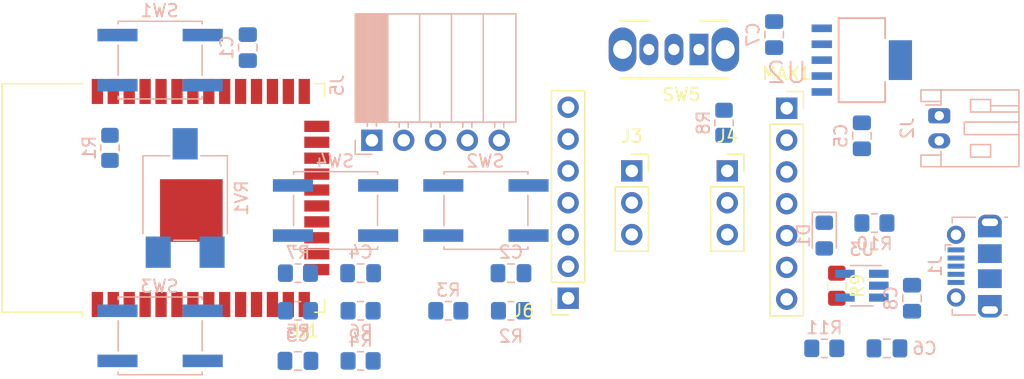
<source format=kicad_pcb>
(kicad_pcb (version 20211014) (generator pcbnew)
  (layers (0 "F.Cu" signal) (31 "B.Cu" signal) (34 "B.Paste" user) (35 "F.Paste" user) (36 "B.SilkS" user "B.Silkscreen") (37 "F.SilkS" user "F.Silkscreen") (38 "B.Mask" user) (39 "F.Mask" user) (44 "Edge.Cuts" user))
  (net 0 "")
  (net 1 "GND")
  (net 2 "Net-(C1-Pad2)")
  (net 3 "MT")
  (net 4 "Net-(C3-Pad1)")
  (net 5 "BT")
  (net 6 "VPP")
  (net 7 "+5V")
  (net 8 "+3V3")
  (net 9 "+BATT")
  (net 10 "Net-(D1-Pad1)")
  (net 14 "LRC")
  (net 15 "BCLK")
  (net 16 "D_MIC")
  (net 18 "RXD0")
  (net 19 "TXD0")
  (net 20 "+5VA")
  (net 22 "Zout")
  (net 23 "Yout")
  (net 24 "Xout")
  (net 26 "D_AMP")
  (net 27 "Net-(MAX1-Pad4)")
  (net 29 "Net-(R3-Pad2)")
  (net 30 "Net-(R5-Pad1)")
  (net 31 "Net-(R7-Pad2)")
  (net 32 "PWRGD")
  (net 33 "Net-(R10-Pad2)")
  (net 34 "Net-(R11-Pad1)")
  (net 35 "VOL")
  (footprint "Connector_PinSocket_2.54mm:PinSocket_1x03_P2.54mm_Vertical" (layer "F.Cu") (at 156.64 72.84)
    (fp_text reference "J3" (at 0 -2.77) (layer "F.SilkS"))
    (fp_text value "Conn_01x03_Female")
    (fp_line (start 1.33 -1.33) (end 1.33 0) (layer "F.SilkS") (width 0.12))
    (fp_line (start 1.33 1.27) (end 1.33 6.41) (layer "F.SilkS") (width 0.12))
    (fp_line (start -1.33 1.27) (end 1.33 1.27) (layer "F.SilkS") (width 0.12))
    (fp_line (start -1.33 6.41) (end 1.33 6.41) (layer "F.SilkS") (width 0.12))
    (fp_line (start -1.33 1.27) (end -1.33 6.41) (layer "F.SilkS") (width 0.12))
    (fp_line (start 0 -1.33) (end 1.33 -1.33) (layer "F.SilkS") (width 0.12))
    (pad "1" thru_hole rect (at 0 0) (size 1.7 1.7) (drill 1) (layers *.Cu *.Mask) (net 1 "GND"))
    (pad "2" thru_hole oval (at 0 2.54) (size 1.7 1.7) (drill 1) (layers *.Cu *.Mask) (net 14 "LRC"))
    (pad "3" thru_hole oval (at 0 5.08) (size 1.7 1.7) (drill 1) (layers *.Cu *.Mask) (net 15 "BCLK"))
  )
  (footprint "RF_Module:ESP32-WROOM-32" (layer "F.Cu") (at 122.25 75 90)
    (fp_text reference "U1" (at -10.61 8.43) (layer "F.SilkS"))
    (fp_text value "ESP32-WROOM-32")
    (fp_line (start -9.12 9.1) (end -9.12 9.88) (layer "F.SilkS") (width 0.12))
    (fp_line (start -9.12 -15.865) (end 9.12 -15.865) (layer "F.SilkS") (width 0.12))
    (fp_line (start 9.12 9.1) (end 9.12 9.88) (layer "F.SilkS") (width 0.12))
    (fp_line (start -9.12 -9.445) (end -9.5 -9.445) (layer "F.SilkS") (width 0.12))
    (fp_line (start -9.12 -15.865) (end -9.12 -9.445) (layer "F.SilkS") (width 0.12))
    (fp_line (start -9.12 9.88) (end -8.12 9.88) (layer "F.SilkS") (width 0.12))
    (fp_line (start 9.12 -15.865) (end 9.12 -9.445) (layer "F.SilkS") (width 0.12))
    (fp_line (start 9.12 9.88) (end 8.12 9.88) (layer "F.SilkS") (width 0.12))
    (pad "1" smd rect (at -8.5 -8.255 90) (size 2 0.9) (layers "F.Cu" "F.Paste" "F.Mask") (net 1 "GND"))
    (pad "2" smd rect (at -8.5 -6.985 90) (size 2 0.9) (layers "F.Cu" "F.Paste" "F.Mask") (net 8 "+3V3"))
    (pad "3" smd rect (at -8.5 -5.715 90) (size 2 0.9) (layers "F.Cu" "F.Paste" "F.Mask") (net 2 "Net-(C1-Pad2)"))
    (pad "4" smd rect (at -8.5 -4.445 90) (size 2 0.9) (layers "F.Cu" "F.Paste" "F.Mask"))
    (pad "5" smd rect (at -8.5 -3.175 90) (size 2 0.9) (layers "F.Cu" "F.Paste" "F.Mask"))
    (pad "6" smd rect (at -8.5 -1.905 90) (size 2 0.9) (layers "F.Cu" "F.Paste" "F.Mask") (net 3 "MT"))
    (pad "7" smd rect (at -8.5 -0.635 90) (size 2 0.9) (layers "F.Cu" "F.Paste" "F.Mask") (net 5 "BT"))
    (pad "8" smd rect (at -8.5 0.635 90) (size 2 0.9) (layers "F.Cu" "F.Paste" "F.Mask") (net 16 "D_MIC"))
    (pad "9" smd rect (at -8.5 1.905 90) (size 2 0.9) (layers "F.Cu" "F.Paste" "F.Mask"))
    (pad "10" smd rect (at -8.5 3.175 90) (size 2 0.9) (layers "F.Cu" "F.Paste" "F.Mask") (net 14 "LRC"))
    (pad "11" smd rect (at -8.5 4.445 90) (size 2 0.9) (layers "F.Cu" "F.Paste" "F.Mask") (net 15 "BCLK"))
    (pad "12" smd rect (at -8.5 5.715 90) (size 2 0.9) (layers "F.Cu" "F.Paste" "F.Mask") (net 24 "Xout"))
    (pad "13" smd rect (at -8.5 6.985 90) (size 2 0.9) (layers "F.Cu" "F.Paste" "F.Mask") (net 23 "Yout"))
    (pad "14" smd rect (at -8.5 8.255 90) (size 2 0.9) (layers "F.Cu" "F.Paste" "F.Mask") (net 22 "Zout"))
    (pad "15" smd rect (at -5.715 9.255 180) (size 2 0.9) (layers "F.Cu" "F.Paste" "F.Mask") (net 1 "GND"))
    (pad "16" smd rect (at -4.445 9.255 180) (size 2 0.9) (layers "F.Cu" "F.Paste" "F.Mask") (net 35 "VOL"))
    (pad "17" smd rect (at -3.175 9.255 180) (size 2 0.9) (layers "F.Cu" "F.Paste" "F.Mask"))
    (pad "18" smd rect (at -1.905 9.255 180) (size 2 0.9) (layers "F.Cu" "F.Paste" "F.Mask"))
    (pad "19" smd rect (at -0.635 9.255 180) (size 2 0.9) (layers "F.Cu" "F.Paste" "F.Mask"))
    (pad "20" smd rect (at 0.635 9.255 180) (size 2 0.9) (layers "F.Cu" "F.Paste" "F.Mask"))
    (pad "21" smd rect (at 1.905 9.255 180) (size 2 0.9) (layers "F.Cu" "F.Paste" "F.Mask"))
    (pad "22" smd rect (at 3.175 9.255 180) (size 2 0.9) (layers "F.Cu" "F.Paste" "F.Mask"))
    (pad "23" smd rect (at 4.445 9.255 180) (size 2 0.9) (layers "F.Cu" "F.Paste" "F.Mask"))
    (pad "24" smd rect (at 5.715 9.255 180) (size 2 0.9) (layers "F.Cu" "F.Paste" "F.Mask"))
    (pad "25" smd rect (at 8.5 8.255 90) (size 2 0.9) (layers "F.Cu" "F.Paste" "F.Mask") (net 4 "Net-(C3-Pad1)"))
    (pad "26" smd rect (at 8.5 6.985 90) (size 2 0.9) (layers "F.Cu" "F.Paste" "F.Mask"))
    (pad "27" smd rect (at 8.5 5.715 90) (size 2 0.9) (layers "F.Cu" "F.Paste" "F.Mask"))
    (pad "28" smd rect (at 8.5 4.445 90) (size 2 0.9) (layers "F.Cu" "F.Paste" "F.Mask"))
    (pad "29" smd rect (at 8.5 3.175 90) (size 2 0.9) (layers "F.Cu" "F.Paste" "F.Mask"))
    (pad "30" smd rect (at 8.5 1.905 90) (size 2 0.9) (layers "F.Cu" "F.Paste" "F.Mask"))
    (pad "31" smd rect (at 8.5 0.635 90) (size 2 0.9) (layers "F.Cu" "F.Paste" "F.Mask"))
    (pad "32" smd rect (at 8.5 -0.635 90) (size 2 0.9) (layers "F.Cu" "F.Paste" "F.Mask"))
    (pad "33" smd rect (at 8.5 -1.905 90) (size 2 0.9) (layers "F.Cu" "F.Paste" "F.Mask"))
    (pad "34" smd rect (at 8.5 -3.175 90) (size 2 0.9) (layers "F.Cu" "F.Paste" "F.Mask") (net 18 "RXD0"))
    (pad "35" smd rect (at 8.5 -4.445 90) (size 2 0.9) (layers "F.Cu" "F.Paste" "F.Mask") (net 19 "TXD0"))
    (pad "36" smd rect (at 8.5 -5.715 90) (size 2 0.9) (layers "F.Cu" "F.Paste" "F.Mask") (net 26 "D_AMP"))
    (pad "37" smd rect (at 8.5 -6.985 90) (size 2 0.9) (layers "F.Cu" "F.Paste" "F.Mask"))
    (pad "38" smd rect (at 8.5 -8.255 90) (size 2 0.9) (layers "F.Cu" "F.Paste" "F.Mask") (net 1 "GND"))
    (pad "39" smd rect (at -1 -0.755 90) (size 5 5) (layers "F.Cu" "F.Paste" "F.Mask") (net 1 "GND"))
  )
  (footprint "Connector_PinSocket_2.54mm:PinSocket_1x07_P2.54mm_Vertical" (layer "F.Cu") (at 151.56 83 180)
    (fp_text reference "J6" (at 3.56 -1) (layer "F.SilkS"))
    (fp_text value "Conn_01x07_Female")
    (fp_line (start -1.33 1.27) (end -1.33 16.57) (layer "F.SilkS") (width 0.12))
    (fp_line (start -1.33 1.27) (end 1.33 1.27) (layer "F.SilkS") (width 0.12))
    (fp_line (start -1.33 16.57) (end 1.33 16.57) (layer "F.SilkS") (width 0.12))
    (fp_line (start 0 -1.33) (end 1.33 -1.33) (layer "F.SilkS") (width 0.12))
    (fp_line (start 1.33 1.27) (end 1.33 16.57) (layer "F.SilkS") (width 0.12))
    (fp_line (start 1.33 -1.33) (end 1.33 0) (layer "F.SilkS") (width 0.12))
    (pad "1" thru_hole rect (at 0 0 180) (size 1.7 1.7) (drill 1) (layers *.Cu *.Mask) (net 8 "+3V3"))
    (pad "2" thru_hole oval (at 0 2.54 180) (size 1.7 1.7) (drill 1) (layers *.Cu *.Mask))
    (pad "3" thru_hole oval (at 0 5.08 180) (size 1.7 1.7) (drill 1) (layers *.Cu *.Mask) (net 1 "GND"))
    (pad "4" thru_hole oval (at 0 7.62 180) (size 1.7 1.7) (drill 1) (layers *.Cu *.Mask) (net 22 "Zout"))
    (pad "5" thru_hole oval (at 0 10.16 180) (size 1.7 1.7) (drill 1) (layers *.Cu *.Mask) (net 23 "Yout"))
    (pad "6" thru_hole oval (at 0 12.7 180) (size 1.7 1.7) (drill 1) (layers *.Cu *.Mask) (net 24 "Xout"))
    (pad "7" thru_hole oval (at 0 15.24 180) (size 1.7 1.7) (drill 1) (layers *.Cu *.Mask))
  )
  (footprint "Resistor_SMD:R_0805_2012Metric_Pad1.20x1.40mm_HandSolder" (layer "F.Cu") (at 173 82 -90)
    (fp_text reference "R9" (at 0 -1.65 90) (layer "F.SilkS"))
    (fp_text value "10k")
    (fp_line (start -0.227064 -0.735) (end 0.227064 -0.735) (layer "F.SilkS") (width 0.12))
    (fp_line (start -0.227064 0.735) (end 0.227064 0.735) (layer "F.SilkS") (width 0.12))
    (pad "1" smd roundrect (at -1 0 270) (size 1.2 1.4) (layers "F.Cu" "F.Paste" "F.Mask") (roundrect_rratio 0.208333) (net 27 "Net-(MAX1-Pad4)"))
    (pad "2" smd roundrect (at 1 0 270) (size 1.2 1.4) (layers "F.Cu" "F.Paste" "F.Mask") (roundrect_rratio 0.208333) (net 6 "VPP"))
  )
  (footprint "Button_Switch_THT:SW_CuK_OS102011MA1QN1_SPDT_Angled" (layer "F.Cu") (at 162 63.15 180)
    (fp_text reference "SW5" (at 1.4 -3.6) (layer "F.SilkS"))
    (fp_text value "SW_SPDT")
    (fp_line (start -2.3 2.3) (end -0.1 2.3) (layer "F.SilkS") (width 0.15))
    (fp_line (start 4 2.3) (end 6.3 2.3) (layer "F.SilkS") (width 0.15))
    (fp_line (start -2.3 -2.3) (end 6.3 -2.3) (layer "F.SilkS") (width 0.15))
    (pad "" thru_hole oval (at -2.1 0 180) (size 2.2 3.5) (drill 1.5) (layers *.Cu *.Mask))
    (pad "" thru_hole oval (at 6.1 0 180) (size 2.2 3.5) (drill 1.5) (layers *.Cu *.Mask))
    (pad "1" thru_hole rect (at 0 0 180) (size 1.5 2.5) (drill 0.9) (layers *.Cu *.Mask) (net 9 "+BATT"))
    (pad "2" thru_hole oval (at 2 0 180) (size 1.5 2.5) (drill 0.9) (layers *.Cu *.Mask) (net 6 "VPP"))
    (pad "3" thru_hole oval (at 4 0 180) (size 1.5 2.5) (drill 0.9) (layers *.Cu *.Mask) (net 20 "+5VA"))
  )
  (footprint "Connector_PinSocket_2.54mm:PinSocket_1x03_P2.54mm_Vertical" (layer "F.Cu") (at 164.26 72.84)
    (fp_text reference "J4" (at 0 -2.77) (layer "F.SilkS"))
    (fp_text value "Conn_01x03_Female")
    (fp_line (start -1.33 1.27) (end -1.33 6.41) (layer "F.SilkS") (width 0.12))
    (fp_line (start 1.33 -1.33) (end 1.33 0) (layer "F.SilkS") (width 0.12))
    (fp_line (start 0 -1.33) (end 1.33 -1.33) (layer "F.SilkS") (width 0.12))
    (fp_line (start -1.33 1.27) (end 1.33 1.27) (layer "F.SilkS") (width 0.12))
    (fp_line (start -1.33 6.41) (end 1.33 6.41) (layer "F.SilkS") (width 0.12))
    (fp_line (start 1.33 1.27) (end 1.33 6.41) (layer "F.SilkS") (width 0.12))
    (pad "1" thru_hole rect (at 0 0) (size 1.7 1.7) (drill 1) (layers *.Cu *.Mask) (net 1 "GND"))
    (pad "2" thru_hole oval (at 0 2.54) (size 1.7 1.7) (drill 1) (layers *.Cu *.Mask) (net 8 "+3V3"))
    (pad "3" thru_hole oval (at 0 5.08) (size 1.7 1.7) (drill 1) (layers *.Cu *.Mask) (net 16 "D_MIC"))
  )
  (footprint "Connector_PinSocket_2.54mm:PinSocket_1x07_P2.54mm_Vertical" (layer "F.Cu") (at 169 67.84)
    (fp_text reference "MAX1" (at 0 -2.77) (layer "F.SilkS"))
    (fp_text value "Conn_01x07_Female")
    (fp_line (start -1.33 1.27) (end 1.33 1.27) (layer "F.SilkS") (width 0.12))
    (fp_line (start 1.33 -1.33) (end 1.33 0) (layer "F.SilkS") (width 0.12))
    (fp_line (start -1.33 1.27) (end -1.33 16.57) (layer "F.SilkS") (width 0.12))
    (fp_line (start 1.33 1.27) (end 1.33 16.57) (layer "F.SilkS") (width 0.12))
    (fp_line (start -1.33 16.57) (end 1.33 16.57) (layer "F.SilkS") (width 0.12))
    (fp_line (start 0 -1.33) (end 1.33 -1.33) (layer "F.SilkS") (width 0.12))
    (pad "1" thru_hole rect (at 0 0) (size 1.7 1.7) (drill 1) (layers *.Cu *.Mask) (net 14 "LRC"))
    (pad "2" thru_hole oval (at 0 2.54) (size 1.7 1.7) (drill 1) (layers *.Cu *.Mask) (net 15 "BCLK"))
    (pad "3" thru_hole oval (at 0 5.08) (size 1.7 1.7) (drill 1) (layers *.Cu *.Mask) (net 26 "D_AMP"))
    (pad "4" thru_hole oval (at 0 7.62) (size 1.7 1.7) (drill 1) (layers *.Cu *.Mask) (net 27 "Net-(MAX1-Pad4)"))
    (pad "5" thru_hole oval (at 0 10.16) (size 1.7 1.7) (drill 1) (layers *.Cu *.Mask))
    (pad "6" thru_hole oval (at 0 12.7) (size 1.7 1.7) (drill 1) (layers *.Cu *.Mask) (net 1 "GND"))
    (pad "7" thru_hole oval (at 0 15.24) (size 1.7 1.7) (drill 1) (layers *.Cu *.Mask) (net 6 "VPP"))
  )
  (footprint "Resistor_SMD:R_0805_2012Metric_Pad1.20x1.40mm_HandSolder" (layer "B.Cu") (at 130 84)
    (fp_text reference "R5" (at 0 1.65) (layer "B.SilkS") (effects (justify mirror)))
    (fp_text value "470")
    (fp_line (start -0.227064 -0.735) (end 0.227064 -0.735) (layer "B.SilkS") (width 0.12))
    (fp_line (start -0.227064 0.735) (end 0.227064 0.735) (layer "B.SilkS") (width 0.12))
    (pad "1" smd roundrect (at -1 0) (size 1.2 1.4) (layers "B.Cu" "B.Paste" "B.Mask") (roundrect_rratio 0.208333) (net 30 "Net-(R5-Pad1)"))
    (pad "2" smd roundrect (at 1 0) (size 1.2 1.4) (layers "B.Cu" "B.Paste" "B.Mask") (roundrect_rratio 0.208333) (net 4 "Net-(C3-Pad1)"))
  )
  (footprint "Package_TO_SOT_SMD:SOT-23-5_HandSoldering" (layer "B.Cu") (at 175 82 180)
    (fp_text reference "U3" (at 0 2.9) (layer "B.SilkS") (effects (justify mirror)))
    (fp_text value "MCP73831-2-OT")
    (fp_line (start -0.9 -1.61) (end 0.9 -1.61) (layer "B.SilkS") (width 0.12))
    (fp_line (start 0.9 1.61) (end -1.55 1.61) (layer "B.SilkS") (width 0.12))
    (pad "1" smd rect (at -1.35 0.95 180) (size 1.56 0.65) (layers "B.Cu" "B.Paste" "B.Mask") (net 33 "Net-(R10-Pad2)"))
    (pad "2" smd rect (at -1.35 0 180) (size 1.56 0.65) (layers "B.Cu" "B.Paste" "B.Mask") (net 1 "GND"))
    (pad "3" smd rect (at -1.35 -0.95 180) (size 1.56 0.65) (layers "B.Cu" "B.Paste" "B.Mask") (net 9 "+BATT"))
    (pad "4" smd rect (at 1.35 -0.95 180) (size 1.56 0.65) (layers "B.Cu" "B.Paste" "B.Mask") (net 7 "+5V"))
    (pad "5" smd rect (at 1.35 0.95 180) (size 1.56 0.65) (layers "B.Cu" "B.Paste" "B.Mask") (net 34 "Net-(R11-Pad1)"))
  )
  (footprint "Connector_JST:JST_PH_S2B-PH-K_1x02_P2.00mm_Horizontal" (layer "B.Cu") (at 181.1725 68.44 -90)
    (fp_text reference "J2" (at 1 2.55 90) (layer "B.SilkS") (effects (justify mirror)))
    (fp_text value "Conn_01x02_Female")
    (fp_line (start -1.14 -0.14) (end -1.14 1.46) (layer "B.SilkS") (width 0.12))
    (fp_line (start 3.3 -4.1) (end 2.3 -4.1) (layer "B.SilkS") (width 0.12))
    (fp_line (start 0.5 -6.36) (end 0.5 -2) (layer "B.SilkS") (width 0.12))
    (fp_line (start -0.8 -4.1) (end -0.8 -6.36) (layer "B.SilkS") (width 0.12))
    (fp_line (start -2.06 -6.36) (end 4.06 -6.36) (layer "B.SilkS") (width 0.12))
    (fp_line (start 4.06 -0.14) (end 3.14 -0.14) (layer "B.SilkS") (width 0.12))
    (fp_line (start -0.3 -4.1) (end -0.3 -2.5) (layer "B.SilkS") (width 0.12))
    (fp_line (start 3.14 1.46) (end 3.14 -0.14) (layer "B.SilkS") (width 0.12))
    (fp_line (start -1.14 1.46) (end -2.06 1.46) (layer "B.SilkS") (width 0.12))
    (fp_line (start 0.5 -2) (end 1.5 -2) (layer "B.SilkS") (width 0.12))
    (fp_line (start 2.3 -4.1) (end 2.3 -2.5) (layer "B.SilkS") (width 0.12))
    (fp_line (start -2.06 -0.14) (end -1.14 -0.14) (layer "B.SilkS") (width 0.12))
    (fp_line (start -1.3 -4.1) (end -0.3 -4.1) (layer "B.SilkS") (width 0.12))
    (fp_line (start -0.3 -4.1) (end -0.3 -6.36) (layer "B.SilkS") (width 0.12))
    (fp_line (start 1.5 -2) (end 1.5 -6.36) (layer "B.SilkS") (width 0.12))
    (fp_line (start 4.06 -6.36) (end 4.06 1.46) (layer "B.SilkS") (width 0.12))
    (fp_line (start 3.3 -2.5) (end 3.3 -4.1) (layer "B.SilkS") (width 0.12))
    (fp_line (start -0.86 -0.14) (end -1.14 -0.14) (layer "B.SilkS") (width 0.12))
    (fp_line (start 4.06 1.46) (end 3.14 1.46) (layer "B.SilkS") (width 0.12))
    (fp_line (start 2.3 -2.5) (end 3.3 -2.5) (layer "B.SilkS") (width 0.12))
    (fp_line (start -1.3 -2.5) (end -1.3 -4.1) (layer "B.SilkS") (width 0.12))
    (fp_line (start -2.06 1.46) (end -2.06 -6.36) (layer "B.SilkS") (width 0.12))
    (fp_line (start -0.86 -0.14) (end -0.86 1.075) (layer "B.SilkS") (width 0.12))
    (fp_line (start 3.14 -0.14) (end 2.86 -0.14) (layer "B.SilkS") (width 0.12))
    (fp_line (start -0.3 -2.5) (end -1.3 -2.5) (layer "B.SilkS") (width 0.12))
    (pad "1" thru_hole roundrect (at 0 0 270) (size 1.2 1.75) (drill 0.75) (layers *.Cu *.Mask) (roundrect_rratio 0.208333) (net 9 "+BATT"))
    (pad "2" thru_hole oval (at 2 0 270) (size 1.2 1.75) (drill 0.75) (layers *.Cu *.Mask) (net 1 "GND"))
  )
  (footprint "Capacitor_SMD:C_0805_2012Metric_Pad1.18x1.45mm_HandSolder" (layer "B.Cu") (at 168 61.9625 -90)
    (fp_text reference "C7" (at 0 1.68 90) (layer "B.SilkS") (effects (justify mirror)))
    (fp_text value "10uF")
    (fp_line (start -0.261252 0.735) (end 0.261252 0.735) (layer "B.SilkS") (width 0.12))
    (fp_line (start -0.261252 -0.735) (end 0.261252 -0.735) (layer "B.SilkS") (width 0.12))
    (pad "1" smd roundrect (at -1.0375 0 270) (size 1.175 1.45) (layers "B.Cu" "B.Paste" "B.Mask") (roundrect_rratio 0.212766) (net 8 "+3V3"))
    (pad "2" smd roundrect (at 1.0375 0 270) (size 1.175 1.45) (layers "B.Cu" "B.Paste" "B.Mask") (roundrect_rratio 0.212766) (net 1 "GND"))
  )
  (footprint "Capacitor_SMD:C_0805_2012Metric_Pad1.18x1.45mm_HandSolder" (layer "B.Cu") (at 126 63 -90)
    (fp_text reference "C1" (at 0 1.68 90) (layer "B.SilkS") (effects (justify mirror)))
    (fp_text value "100n")
    (fp_line (start -0.261252 -0.735) (end 0.261252 -0.735) (layer "B.SilkS") (width 0.12))
    (fp_line (start -0.261252 0.735) (end 0.261252 0.735) (layer "B.SilkS") (width 0.12))
    (pad "1" smd roundrect (at -1.0375 0 270) (size 1.175 1.45) (layers "B.Cu" "B.Paste" "B.Mask") (roundrect_rratio 0.212766) (net 1 "GND"))
    (pad "2" smd roundrect (at 1.0375 0 270) (size 1.175 1.45) (layers "B.Cu" "B.Paste" "B.Mask") (roundrect_rratio 0.212766) (net 2 "Net-(C1-Pad2)"))
  )
  (footprint "Button_Switch_SMD:SW_SPST_EVQQ2" (layer "B.Cu") (at 119 86 180)
    (fp_text reference "SW3" (at 0.05 3.95) (layer "B.SilkS") (effects (justify mirror)))
    (fp_text value "BOOT")
    (fp_line (start 3.35 1.2) (end 3.35 -1.2) (layer "B.SilkS") (width 0.12))
    (fp_line (start -3.35 -3.1) (end -3.35 -2.9) (layer "B.SilkS") (width 0.12))
    (fp_line (start 3.35 3.1) (end -3.35 3.1) (layer "B.SilkS") (width 0.12))
    (fp_line (start -3.35 1.2) (end -3.35 -1.2) (layer "B.SilkS") (width 0.12))
    (fp_line (start -3.35 3.1) (end -3.35 2.9) (layer "B.SilkS") (width 0.12))
    (fp_line (start -3.35 -3.1) (end 3.35 -3.1) (layer "B.SilkS") (width 0.12))
    (fp_line (start 3.35 3.1) (end 3.35 2.9) (layer "B.SilkS") (width 0.12))
    (fp_line (start 3.35 -3.1) (end 3.35 -2.9) (layer "B.SilkS") (width 0.12))
    (pad "1" smd rect (at -3.4 2 180) (size 3.2 1) (layers "B.Cu" "B.Paste" "B.Mask") (net 30 "Net-(R5-Pad1)"))
    (pad "1" smd rect (at 3.4 2 180) (size 3.2 1) (layers "B.Cu" "B.Paste" "B.Mask") (net 30 "Net-(R5-Pad1)"))
    (pad "2" smd rect (at -3.4 -2 180) (size 3.2 1) (layers "B.Cu" "B.Paste" "B.Mask") (net 1 "GND"))
    (pad "2" smd rect (at 3.4 -2 180) (size 3.2 1) (layers "B.Cu" "B.Paste" "B.Mask") (net 1 "GND"))
  )
  (footprint "Button_Switch_SMD:SW_SPST_EVQQ2" (layer "B.Cu") (at 145 76 180)
    (fp_text reference "SW2" (at 0.05 3.95) (layer "B.SilkS") (effects (justify mirror)))
    (fp_text value "MT")
    (fp_line (start -3.35 -3.1) (end 3.35 -3.1) (layer "B.SilkS") (width 0.12))
    (fp_line (start 3.35 3.1) (end -3.35 3.1) (layer "B.SilkS") (width 0.12))
    (fp_line (start 3.35 1.2) (end 3.35 -1.2) (layer "B.SilkS") (width 0.12))
    (fp_line (start -3.35 1.2) (end -3.35 -1.2) (layer "B.SilkS") (width 0.12))
    (fp_line (start 3.35 -3.1) (end 3.35 -2.9) (layer "B.SilkS") (width 0.12))
    (fp_line (start 3.35 3.1) (end 3.35 2.9) (layer "B.SilkS") (width 0.12))
    (fp_line (start -3.35 -3.1) (end -3.35 -2.9) (layer "B.SilkS") (width 0.12))
    (fp_line (start -3.35 3.1) (end -3.35 2.9) (layer "B.SilkS") (width 0.12))
    (pad "1" smd rect (at 3.4 2 180) (size 3.2 1) (layers "B.Cu" "B.Paste" "B.Mask") (net 29 "Net-(R3-Pad2)"))
    (pad "1" smd rect (at -3.4 2 180) (size 3.2 1) (layers "B.Cu" "B.Paste" "B.Mask") (net 29 "Net-(R3-Pad2)"))
    (pad "2" smd rect (at 3.4 -2 180) (size 3.2 1) (layers "B.Cu" "B.Paste" "B.Mask") (net 1 "GND"))
    (pad "2" smd rect (at -3.4 -2 180) (size 3.2 1) (layers "B.Cu" "B.Paste" "B.Mask") (net 1 "GND"))
  )
  (footprint "Capacitor_SMD:C_0805_2012Metric_Pad1.18x1.45mm_HandSolder" (layer "B.Cu") (at 179 83 -90)
    (fp_text reference "C8" (at 0 1.68 90) (layer "B.SilkS") (effects (justify mirror)))
    (fp_text value "4.7uF")
    (fp_line (start -0.261252 0.735) (end 0.261252 0.735) (layer "B.SilkS") (width 0.12))
    (fp_line (start -0.261252 -0.735) (end 0.261252 -0.735) (layer "B.SilkS") (width 0.12))
    (pad "1" smd roundrect (at -1.0375 0 270) (size 1.175 1.45) (layers "B.Cu" "B.Paste" "B.Mask") (roundrect_rratio 0.212766) (net 1 "GND"))
    (pad "2" smd roundrect (at 1.0375 0 270) (size 1.175 1.45) (layers "B.Cu" "B.Paste" "B.Mask") (roundrect_rratio 0.212766) (net 9 "+BATT"))
  )
  (footprint "Capacitor_SMD:C_0805_2012Metric_Pad1.18x1.45mm_HandSolder" (layer "B.Cu") (at 147 81 180)
    (fp_text reference "C2" (at 0 1.68) (layer "B.SilkS") (effects (justify mirror)))
    (fp_text value "100n")
    (fp_line (start -0.261252 0.735) (end 0.261252 0.735) (layer "B.SilkS") (width 0.12))
    (fp_line (start -0.261252 -0.735) (end 0.261252 -0.735) (layer "B.SilkS") (width 0.12))
    (pad "1" smd roundrect (at -1.0375 0 180) (size 1.175 1.45) (layers "B.Cu" "B.Paste" "B.Mask") (roundrect_rratio 0.212766) (net 1 "GND"))
    (pad "2" smd roundrect (at 1.0375 0 180) (size 1.175 1.45) (layers "B.Cu" "B.Paste" "B.Mask") (roundrect_rratio 0.212766) (net 3 "MT"))
  )
  (footprint "Resistor_SMD:R_0805_2012Metric_Pad1.20x1.40mm_HandSolder" (layer "B.Cu") (at 142 84 180)
    (fp_text reference "R3" (at 0 1.65) (layer "B.SilkS") (effects (justify mirror)))
    (fp_text value "5.1k")
    (fp_line (start -0.227064 0.735) (end 0.227064 0.735) (layer "B.SilkS") (width 0.12))
    (fp_line (start -0.227064 -0.735) (end 0.227064 -0.735) (layer "B.SilkS") (width 0.12))
    (pad "1" smd roundrect (at -1 0 180) (size 1.2 1.4) (layers "B.Cu" "B.Paste" "B.Mask") (roundrect_rratio 0.208333) (net 3 "MT"))
    (pad "2" smd roundrect (at 1 0 180) (size 1.2 1.4) (layers "B.Cu" "B.Paste" "B.Mask") (roundrect_rratio 0.208333) (net 29 "Net-(R3-Pad2)"))
  )
  (footprint "Resistor_SMD:R_0805_2012Metric_Pad1.20x1.40mm_HandSolder" (layer "B.Cu") (at 130 81 180)
    (fp_text reference "R7" (at 0 1.65) (layer "B.SilkS") (effects (justify mirror)))
    (fp_text value "5.1k")
    (fp_line (start -0.227064 0.735) (end 0.227064 0.735) (layer "B.SilkS") (width 0.12))
    (fp_line (start -0.227064 -0.735) (end 0.227064 -0.735) (layer "B.SilkS") (width 0.12))
    (pad "1" smd roundrect (at -1 0 180) (size 1.2 1.4) (layers "B.Cu" "B.Paste" "B.Mask") (roundrect_rratio 0.208333) (net 5 "BT"))
    (pad "2" smd roundrect (at 1 0 180) (size 1.2 1.4) (layers "B.Cu" "B.Paste" "B.Mask") (roundrect_rratio 0.208333) (net 31 "Net-(R7-Pad2)"))
  )
  (footprint "Connector_USB:USB_Micro-B_Molex-105017-0001" (layer "B.Cu") (at 183.975 80.44 -90)
    (fp_text reference "J1" (at 0 3.1125 90) (layer "B.SilkS") (effects (justify mirror)))
    (fp_text value "USB_B_Micro")
    (fp_line (start 3.9 -2.6375) (end 3.9 -2.3875) (layer "B.SilkS") (width 0.12))
    (fp_line (start -1.7 2.3125) (end -1.25 2.3125) (layer "B.SilkS") (width 0.12))
    (fp_line (start -3.9 -2.6375) (end -3.9 -2.3875) (layer "B.SilkS") (width 0.12))
    (fp_line (start -3.9 -0.0875) (end -3.9 1.7625) (layer "B.SilkS") (width 0.12))
    (fp_line (start -1.7 2.3125) (end -1.7 1.8625) (layer "B.SilkS") (width 0.12))
    (fp_line (start 3.9 1.7625) (end 3.45 1.7625) (layer "B.SilkS") (width 0.12))
    (fp_line (start 3.9 -0.0875) (end 3.9 1.7625) (layer "B.SilkS") (width 0.12))
    (fp_line (start -3.9 1.7625) (end -3.45 1.7625) (layer "B.SilkS") (width 0.12))
    (pad "1" smd rect (at -1.3 1.4625 270) (size 0.4 1.35) (layers "B.Cu" "B.Paste" "B.Mask") (net 7 "+5V"))
    (pad "2" smd rect (at -0.65 1.4625 270) (size 0.4 1.35) (layers "B.Cu" "B.Paste" "B.Mask"))
    (pad "3" smd rect (at 0 1.4625 270) (size 0.4 1.35) (layers "B.Cu" "B.Paste" "B.Mask"))
    (pad "4" smd rect (at 0.65 1.4625 270) (size 0.4 1.35) (layers "B.Cu" "B.Paste" "B.Mask"))
    (pad "5" smd rect (at 1.3 1.4625 270) (size 0.4 1.35) (layers "B.Cu" "B.Paste" "B.Mask") (net 1 "GND"))
    (pad "6" smd rect (at 1 -1.2375 270) (size 1.5 1.9) (layers "B.Cu" "B.Paste" "B.Mask") (net 1 "GND"))
    (pad "6" thru_hole oval (at 3.5 -1.2375 270) (size 1.2 1.9) (drill oval 0.6 1.3) (layers *.Cu *.Mask) (net 1 "GND"))
    (pad "6" thru_hole oval (at -3.5 -1.2375 90) (size 1.2 1.9) (drill oval 0.6 1.3) (layers *.Cu *.Mask) (net 1 "GND"))
    (pad "6" thru_hole circle (at 2.5 1.4625 270) (size 1.45 1.45) (drill 0.85) (layers *.Cu *.Mask) (net 1 "GND"))
    (pad "6" smd rect (at -2.9 -1.2375 270) (size 1.2 1.9) (layers "B.Cu" "B.Mask") (net 1 "GND"))
    (pad "6" smd rect (at 2.9 -1.2375 270) (size 1.2 1.9) (layers "B.Cu" "B.Mask") (net 1 "GND"))
    (pad "6" thru_hole circle (at -2.5 1.4625 270) (size 1.45 1.45) (drill 0.85) (layers *.Cu *.Mask) (net 1 "GND"))
    (pad "6" smd rect (at -1 -1.2375 270) (size 1.5 1.9) (layers "B.Cu" "B.Paste" "B.Mask") (net 1 "GND"))
  )
  (footprint "Button_Switch_SMD:SW_SPST_EVQQ2" (layer "B.Cu") (at 119 64 180)
    (fp_text reference "SW1" (at 0.05 3.95) (layer "B.SilkS") (effects (justify mirror)))
    (fp_text value "EN")
    (fp_line (start 3.35 1.2) (end 3.35 -1.2) (layer "B.SilkS") (width 0.12))
    (fp_line (start 3.35 3.1) (end 3.35 2.9) (layer "B.SilkS") (width 0.12))
    (fp_line (start -3.35 -3.1) (end 3.35 -3.1) (layer "B.SilkS") (width 0.12))
    (fp_line (start -3.35 3.1) (end -3.35 2.9) (layer "B.SilkS") (width 0.12))
    (fp_line (start 3.35 -3.1) (end 3.35 -2.9) (layer "B.SilkS") (width 0.12))
    (fp_line (start -3.35 -3.1) (end -3.35 -2.9) (layer "B.SilkS") (width 0.12))
    (fp_line (start 3.35 3.1) (end -3.35 3.1) (layer "B.SilkS") (width 0.12))
    (fp_line (start -3.35 1.2) (end -3.35 -1.2) (layer "B.SilkS") (width 0.12))
    (pad "1" smd rect (at -3.4 2 180) (size 3.2 1) (layers "B.Cu" "B.Paste" "B.Mask") (net 1 "GND"))
    (pad "1" smd rect (at 3.4 2 180) (size 3.2 1) (layers "B.Cu" "B.Paste" "B.Mask") (net 1 "GND"))
    (pad "2" smd rect (at -3.4 -2 180) (size 3.2 1) (layers "B.Cu" "B.Paste" "B.Mask") (net 2 "Net-(C1-Pad2)"))
    (pad "2" smd rect (at 3.4 -2 180) (size 3.2 1) (layers "B.Cu" "B.Paste" "B.Mask") (net 2 "Net-(C1-Pad2)"))
  )
  (footprint "Capacitor_SMD:C_0805_2012Metric_Pad1.18x1.45mm_HandSolder" (layer "B.Cu") (at 135 81 180)
    (fp_text reference "C4" (at 0 1.68) (layer "B.SilkS") (effects (justify mirror)))
    (fp_text value "100n")
    (fp_line (start -0.261252 -0.735) (end 0.261252 -0.735) (layer "B.SilkS") (width 0.12))
    (fp_line (start -0.261252 0.735) (end 0.261252 0.735) (layer "B.SilkS") (width 0.12))
    (pad "1" smd roundrect (at -1.0375 0 180) (size 1.175 1.45) (layers "B.Cu" "B.Paste" "B.Mask") (roundrect_rratio 0.212766) (net 1 "GND"))
    (pad "2" smd roundrect (at 1.0375 0 180) (size 1.175 1.45) (layers "B.Cu" "B.Paste" "B.Mask") (roundrect_rratio 0.212766) (net 5 "BT"))
  )
  (footprint "Resistor_SMD:R_0805_2012Metric_Pad1.20x1.40mm_HandSolder" (layer "B.Cu") (at 172 87 180)
    (fp_text reference "R11" (at 0 1.65) (layer "B.SilkS") (effects (justify mirror)))
    (fp_text value "3.3k")
    (fp_line (start -0.227064 -0.735) (end 0.227064 -0.735) (layer "B.SilkS") (width 0.12))
    (fp_line (start -0.227064 0.735) (end 0.227064 0.735) (layer "B.SilkS") (width 0.12))
    (pad "1" smd roundrect (at -1 0 180) (size 1.2 1.4) (layers "B.Cu" "B.Paste" "B.Mask") (roundrect_rratio 0.208333) (net 34 "Net-(R11-Pad1)"))
    (pad "2" smd roundrect (at 1 0 180) (size 1.2 1.4) (layers "B.Cu" "B.Paste" "B.Mask") (roundrect_rratio 0.208333) (net 1 "GND"))
  )
  (footprint "Capacitor_SMD:C_0805_2012Metric_Pad1.18x1.45mm_HandSolder" (layer "B.Cu") (at 175 70.0375 -90)
    (fp_text reference "C5" (at 0 1.68 90) (layer "B.SilkS") (effects (justify mirror)))
    (fp_text value "4.7u")
    (fp_line (start -0.261252 0.735) (end 0.261252 0.735) (layer "B.SilkS") (width 0.12))
    (fp_line (start -0.261252 -0.735) (end 0.261252 -0.735) (layer "B.SilkS") (width 0.12))
    (pad "1" smd roundrect (at -1.0375 0 270) (size 1.175 1.45) (layers "B.Cu" "B.Paste" "B.Mask") (roundrect_rratio 0.212766) (net 6 "VPP"))
    (pad "2" smd roundrect (at 1.0375 0 270) (size 1.175 1.45) (layers "B.Cu" "B.Paste" "B.Mask") (roundrect_rratio 0.212766) (net 1 "GND"))
  )
  (footprint "Resistor_SMD:R_0805_2012Metric_Pad1.20x1.40mm_HandSolder" (layer "B.Cu") (at 176 77)
    (fp_text reference "R10" (at 0 1.65) (layer "B.SilkS") (effects (justify mirror)))
    (fp_text value "470")
    (fp_line (start -0.227064 0.735) (end 0.227064 0.735) (layer "B.SilkS") (width 0.12))
    (fp_line (start -0.227064 -0.735) (end 0.227064 -0.735) (layer "B.SilkS") (width 0.12))
    (pad "1" smd roundrect (at -1 0) (size 1.2 1.4) (layers "B.Cu" "B.Paste" "B.Mask") (roundrect_rratio 0.208333) (net 10 "Net-(D1-Pad1)"))
    (pad "2" smd roundrect (at 1 0) (size 1.2 1.4) (layers "B.Cu" "B.Paste" "B.Mask") (roundrect_rratio 0.208333) (net 33 "Net-(R10-Pad2)"))
  )
  (footprint "Resistor_SMD:R_0805_2012Metric_Pad1.20x1.40mm_HandSolder" (layer "B.Cu") (at 147 84)
    (fp_text reference "R2" (at 0 2.03) (layer "B.SilkS") (effects (justify mirror)))
    (fp_text value "51k")
    (fp_line (start -0.227064 0.735) (end 0.227064 0.735) (layer "B.SilkS") (width 0.12))
    (fp_line (start -0.227064 -0.735) (end 0.227064 -0.735) (layer "B.SilkS") (width 0.12))
    (pad "1" smd roundrect (at -1 0) (size 1.2 1.4) (layers "B.Cu" "B.Paste" "B.Mask") (roundrect_rratio 0.208333) (net 3 "MT"))
    (pad "2" smd roundrect (at 1 0) (size 1.2 1.4) (layers "B.Cu" "B.Paste" "B.Mask") (roundrect_rratio 0.208333) (net 8 "+3V3"))
  )
  (footprint "LED_SMD:LED_0805_2012Metric_Pad1.15x1.40mm_HandSolder" (layer "B.Cu") (at 172 78 -90)
    (fp_text reference "D1" (at 0 1.65 90) (layer "B.SilkS") (effects (justify mirror)))
    (fp_text value "LED")
    (fp_line (start -1.86 0.96) (end -1.86 -0.96) (layer "B.SilkS") (width 0.12))
    (fp_line (start 1 0.96) (end -1.86 0.96) (layer "B.SilkS") (width 0.12))
    (fp_line (start -1.86 -0.96) (end 1 -0.96) (layer "B.SilkS") (width 0.12))
    (pad "1" smd roundrect (at -1.025 0 270) (size 1.15 1.4) (layers "B.Cu" "B.Paste" "B.Mask") (roundrect_rratio 0.217391) (net 10 "Net-(D1-Pad1)"))
    (pad "2" smd roundrect (at 1.025 0 270) (size 1.15 1.4) (layers "B.Cu" "B.Paste" "B.Mask") (roundrect_rratio 0.217391) (net 7 "+5V"))
  )
  (footprint "Resistor_SMD:R_0805_2012Metric_Pad1.20x1.40mm_HandSolder" (layer "B.Cu") (at 135 88 180)
    (fp_text reference "R4" (at 0 1.65) (layer "B.SilkS") (effects (justify mirror)))
    (fp_text value "10k")
    (fp_line (start -0.227064 0.735) (end 0.227064 0.735) (layer "B.SilkS") (width 0.12))
    (fp_line (start -0.227064 -0.735) (end 0.227064 -0.735) (layer "B.SilkS") (width 0.12))
    (pad "1" smd roundrect (at -1 0 180) (size 1.2 1.4) (layers "B.Cu" "B.Paste" "B.Mask") (roundrect_rratio 0.208333) (net 8 "+3V3"))
    (pad "2" smd roundrect (at 1 0 180) (size 1.2 1.4) (layers "B.Cu" "B.Paste" "B.Mask") (roundrect_rratio 0.208333) (net 4 "Net-(C3-Pad1)"))
  )
  (footprint "Button_Switch_SMD:SW_SPST_EVQQ2" (layer "B.Cu") (at 133 76 180)
    (fp_text reference "SW4" (at 0.05 3.95) (layer "B.SilkS") (effects (justify mirror)))
    (fp_text value "BT")
    (fp_line (start 3.35 1.2) (end 3.35 -1.2) (layer "B.SilkS") (width 0.12))
    (fp_line (start -3.35 1.2) (end -3.35 -1.2) (layer "B.SilkS") (width 0.12))
    (fp_line (start 3.35 3.1) (end -3.35 3.1) (layer "B.SilkS") (width 0.12))
    (fp_line (start -3.35 3.1) (end -3.35 2.9) (layer "B.SilkS") (width 0.12))
    (fp_line (start -3.35 -3.1) (end 3.35 -3.1) (layer "B.SilkS") (width 0.12))
    (fp_line (start 3.35 -3.1) (end 3.35 -2.9) (layer "B.SilkS") (width 0.12))
    (fp_line (start 3.35 3.1) (end 3.35 2.9) (layer "B.SilkS") (width 0.12))
    (fp_line (start -3.35 -3.1) (end -3.35 -2.9) (layer "B.SilkS") (width 0.12))
    (pad "1" smd rect (at -3.4 2 180) (size 3.2 1) (layers "B.Cu" "B.Paste" "B.Mask") (net 31 "Net-(R7-Pad2)"))
    (pad "1" smd rect (at 3.4 2 180) (size 3.2 1) (layers "B.Cu" "B.Paste" "B.Mask") (net 31 "Net-(R7-Pad2)"))
    (pad "2" smd rect (at -3.4 -2 180) (size 3.2 1) (layers "B.Cu" "B.Paste" "B.Mask") (net 1 "GND"))
    (pad "2" smd rect (at 3.4 -2 180) (size 3.2 1) (layers "B.Cu" "B.Paste" "B.Mask") (net 1 "GND"))
  )
  (footprint "Connector_PinSocket_2.54mm:PinSocket_1x05_P2.54mm_Horizontal" (layer "B.Cu") (at 135.9 70.4 -90)
    (fp_text reference "J5" (at -4.38 2.77 90) (layer "B.SilkS") (effects (justify mirror)))
    (fp_text value "Conn_01x05_Female")
    (fp_line (start -10.09 0.383335) (end -1.46 0.383335) (layer "B.SilkS") (width 0.12))
    (fp_line (start -10.09 -1.033805) (end -1.46 -1.033805) (layer "B.SilkS") (width 0.12))
    (fp_line (start -10.09 -11.49) (end -1.46 -11.49) (layer "B.SilkS") (width 0.12))
    (fp_line (start -10.09 1.33) (end -10.09 -11.49) (layer "B.SilkS") (width 0.12))
    (fp_line (start -1.46 -2.9) (end -1.05 -2.9) (layer "B.SilkS") (width 0.12))
    (fp_line (start -10.09 -0.67952) (end -1.46 -0.67952) (layer "B.SilkS") (width 0.12))
    (fp_line (start 0 1.33) (end 1.11 1.33) (layer "B.SilkS") (width 0.12))
    (fp_line (start -1.46 -7.26) (end -1.05 -7.26) (layer "B.SilkS") (width 0.12))
    (fp_line (start -10.09 0.50143) (end -1.46 0.50143) (layer "B.SilkS") (width 0.12))
    (fp_line (start -10.09 -1.27) (end -1.46 -1.27) (layer "B.SilkS") (width 0.12))
    (fp_line (start -1.46 -2.18) (end -1.05 -2.18) (layer "B.SilkS") (width 0.12))
    (fp_line (start -1.46 -9.8) (end -1.05 -9.8) (layer "B.SilkS") (width 0.12))
    (fp_line (start -10.09 -0.91571) (end -1.46 -0.91571) (layer "B.SilkS") (width 0.12))
    (fp_line (start -10.09 -1.1519) (end -1.46 -1.1519) (layer "B.SilkS") (width 0.12))
    (fp_line (start -10.09 1.091905) (end -1.46 1.091905) (layer "B.SilkS") (width 0.12))
    (fp_line (start -10.09 -6.35) (end -1.46 -6.35) (layer "B.SilkS") (width 0.12))
    (fp_line (start -10.09 -3.81) (end -1.46 -3.81) (layer "B.SilkS") (width 0.12))
    (fp_line (start -10.09 0.147145) (end -1.46 0.147145) (layer "B.SilkS") (width 0.12))
    (fp_line (start -1.46 -0.36) (end -1.11 -0.36) (layer "B.SilkS") (width 0.12))
    (fp_line (start -10.09 -0.797615) (end -1.46 -0.797615) (layer "B.SilkS") (width 0.12))
    (fp_line (start 1.11 1.33) (end 1.11 0) (layer "B.SilkS") (width 0.12))
    (fp_line (start -10.09 0.855715) (end -1.46 0.855715) (layer "B.SilkS") (width 0.12))
    (fp_line (start -10.09 -8.89) (end -1.46 -8.89) (layer "B.SilkS") (width 0.12))
    (fp_line (start -10.09 1.33) (end -1.46 1.33) (layer "B.SilkS") (width 0.12))
    (fp_line (start -10.09 0.97381) (end -1.46 0.97381) (layer "B.SilkS") (width 0.12))
    (fp_line (start -10.09 -0.325235) (end -1.46 -0.325235) (layer "B.SilkS") (width 0.12))
    (fp_line (start -10.09 0.73762) (end -1.46 0.73762) (layer "B.SilkS") (width 0.12))
    (fp_line (start -1.46 0.36) (end -1.11 0.36) (layer "B.SilkS") (width 0.12))
    (fp_line (start -1.46 -5.44) (end -1.05 -5.44) (layer "B.SilkS") (width 0.12))
    (fp_line (start -1.46 -4.72) (end -1.05 -4.72) (layer "B.SilkS") (width 0.12))
    (fp_line (start -10.09 -0.44333) (end -1.46 -0.44333) (layer "B.SilkS") (width 0.12))
    (fp_line (start -10.09 0.619525) (end -1.46 0.619525) (layer "B.SilkS") (width 0.12))
    (fp_line (start -10.09 -0.561425) (end -1.46 -0.561425) (layer "B.SilkS") (width 0.12))
    (fp_line (start -10.09 -0.20714) (end -1.46 -0.20714) (layer "B.SilkS") (width 0.12))
    (fp_line (start -1.46 -10.52) (end -1.05 -10.52) (layer "B.SilkS") (width 0.12))
    (fp_line (start -1.46 1.33) (end -1.46 -11.49) (layer "B.SilkS") (width 0.12))
    (fp_line (start -10.09 0.26524) (end -1.46 0.26524) (layer "B.SilkS") (width 0.12))
    (fp_line (start -10.09 -0.089045) (end -1.46 -0.089045) (layer "B.SilkS") (width 0.12))
    (fp_line (start -1.46 -7.98) (end -1.05 -7.98) (layer "B.SilkS") (width 0.12))
    (fp_line (start -10.09 1.21) (end -1.46 1.21) (layer "B.SilkS") (width 0.12))
    (fp_line (start -10.09 0.02905) (end -1.46 0.02905) (layer "B.SilkS") (width 0.12))
    (pad "1" thru_hole rect (at 0 0 270) (size 1.7 1.7) (drill 1) (layers *.Cu *.Mask))
    (pad "2" thru_hole oval (at 0 -2.54 270) (size 1.7 1.7) (drill 1) (layers *.Cu *.Mask) (net 18 "RXD0"))
    (pad "3" thru_hole oval (at 0 -5.08 270) (size 1.7 1.7) (drill 1) (layers *.Cu *.Mask) (net 19 "TXD0"))
    (pad "4" thru_hole oval (at 0 -7.62 270) (size 1.7 1.7) (drill 1) (layers *.Cu *.Mask) (net 1 "GND"))
    (pad "5" thru_hole oval (at 0 -10.16 270) (size 1.7 1.7) (drill 1) (layers *.Cu *.Mask) (net 20 "+5VA"))
  )
  (footprint "MCP1825T-3302E_DC:SOT230P700X180-6N" (layer "B.Cu") (at 175 64)
    (fp_text reference "U2" (at -6 1) (layer "B.SilkS") (effects (font (size 1.640669 1.640669)) (justify mirror)))
    (fp_text value "MCP1825T-3302E/DC")
    (fp_line (start -1.8542 3.3528) (end -1.8542 -3.3528) (layer "B.SilkS") (width 0.1524))
    (fp_line (start -1.8542 -3.3528) (end 1.8542 -3.3528) (layer "B.SilkS") (width 0.1524))
    (fp_line (start 1.8542 1.7526) (end 1.8542 3.3528) (layer "B.SilkS") (width 0.1524))
    (fp_line (start 1.8542 -3.3528) (end 1.8542 -1.7526) (layer "B.SilkS") (width 0.1524))
    (fp_line (start 1.8542 3.3528) (end -1.8542 3.3528) (layer "B.SilkS") (width 0.1524))
    (pad "1" smd rect locked (at -3.2004 2.54) (size 1.6256 0.6096) (layers "B.Cu" "B.Paste" "B.Mask") (net 6 "VPP"))
    (pad "2" smd rect locked (at -3.2004 1.27) (size 1.6256 0.6096) (layers "B.Cu" "B.Paste" "B.Mask") (net 6 "VPP"))
    (pad "3" smd rect locked (at -3.2004 0) (size 1.6256 0.6096) (layers "B.Cu" "B.Paste" "B.Mask") (net 1 "GND"))
    (pad "4" smd rect locked (at -3.2004 -1.27) (size 1.6256 0.6096) (layers "B.Cu" "B.Paste" "B.Mask") (net 8 "+3V3"))
    (pad "5" smd rect locked (at -3.2004 -2.54) (size 1.6256 0.6096) (layers "B.Cu" "B.Paste" "B.Mask") (net 32 "PWRGD"))
    (pad "6" smd rect locked (at 3.0734 0) (size 1.8542 3.175) (layers "B.Cu" "B.Paste" "B.Mask") (net 1 "GND"))
  )
  (footprint "Capacitor_SMD:C_0805_2012Metric_Pad1.18x1.45mm_HandSolder" (layer "B.Cu") (at 130 88 180)
    (fp_text reference "C3" (at 0 2.06) (layer "B.SilkS") (effects (justify mirror)))
    (fp_text value "100n")
    (fp_line (start -0.261252 0.735) (end 0.261252 0.735) (layer "B.SilkS") (width 0.12))
    (fp_line (start -0.261252 -0.735) (end 0.261252 -0.735) (layer "B.SilkS") (width 0.12))
    (pad "1" smd roundrect (at -1.0375 0 180) (size 1.175 1.45) (layers "B.Cu" "B.Paste" "B.Mask") (roundrect_rratio 0.212766) (net 4 "Net-(C3-Pad1)"))
    (pad "2" smd roundrect (at 1.0375 0 180) (size 1.175 1.45) (layers "B.Cu" "B.Paste" "B.Mask") (roundrect_rratio 0.212766) (net 1 "GND"))
  )
  (footprint "Resistor_SMD:R_0805_2012Metric_Pad1.20x1.40mm_HandSolder" (layer "B.Cu") (at 135 84)
    (fp_text reference "R6" (at 0 1.65) (layer "B.SilkS") (effects (justify mirror)))
    (fp_text value "51k")
    (fp_line (start -0.227064 0.735) (end 0.227064 0.735) (layer "B.SilkS") (width 0.12))
    (fp_line (start -0.227064 -0.735) (end 0.227064 -0.735) (layer "B.SilkS") (width 0.12))
    (pad "1" smd roundrect (at -1 0) (size 1.2 1.4) (layers "B.Cu" "B.Paste" "B.Mask") (roundrect_rratio 0.208333) (net 5 "BT"))
    (pad "2" smd roundrect (at 1 0) (size 1.2 1.4) (layers "B.Cu" "B.Paste" "B.Mask") (roundrect_rratio 0.208333) (net 8 "+3V3"))
  )
  (footprint "Resistor_SMD:R_0805_2012Metric_Pad1.20x1.40mm_HandSolder" (layer "B.Cu") (at 115 71 -90)
    (fp_text reference "R1" (at 0 1.65 90) (layer "B.SilkS") (effects (justify mirror)))
    (fp_text value "10k")
    (fp_line (start -0.227064 0.735) (end 0.227064 0.735) (layer "B.SilkS") (width 0.12))
    (fp_line (start -0.227064 -0.735) (end 0.227064 -0.735) (layer "B.SilkS") (width 0.12))
    (pad "1" smd roundrect (at -1 0 270) (size 1.2 1.4) (layers "B.Cu" "B.Paste" "B.Mask") (roundrect_rratio 0.208333) (net 2 "Net-(C1-Pad2)"))
    (pad "2" smd roundrect (at 1 0 270) (size 1.2 1.4) (layers "B.Cu" "B.Paste" "B.Mask") (roundrect_rratio 0.208333) (net 8 "+3V3"))
  )
  (footprint "Capacitor_SMD:C_0805_2012Metric_Pad1.18x1.45mm_HandSolder" (layer "B.Cu") (at 177 87)
    (fp_text reference "C6" (at 3 0) (layer "B.SilkS") (effects (justify mirror)))
    (fp_text value "4.7uF")
    (fp_line (start -0.261252 -0.735) (end 0.261252 -0.735) (layer "B.SilkS") (width 0.12))
    (fp_line (start -0.261252 0.735) (end 0.261252 0.735) (layer "B.SilkS") (width 0.12))
    (pad "1" smd roundrect (at -1.0375 0) (size 1.175 1.45) (layers "B.Cu" "B.Paste" "B.Mask") (roundrect_rratio 0.212766) (net 7 "+5V"))
    (pad "2" smd roundrect (at 1.0375 0) (size 1.175 1.45) (layers "B.Cu" "B.Paste" "B.Mask") (roundrect_rratio 0.212766) (net 1 "GND"))
  )
  (footprint "Resistor_SMD:R_0805_2012Metric_Pad1.20x1.40mm_HandSolder" (layer "B.Cu") (at 164 69 -90)
    (fp_text reference "R8" (at 0 1.65 90) (layer "B.SilkS") (effects (justify mirror)))
    (fp_text value "10k")
    (fp_line (start -0.227064 -0.735) (end 0.227064 -0.735) (layer "B.SilkS") (width 0.12))
    (fp_line (start -0.227064 0.735) (end 0.227064 0.735) (layer "B.SilkS") (width 0.12))
    (pad "1" smd roundrect (at -1 0 270) (size 1.2 1.4) (layers "B.Cu" "B.Paste" "B.Mask") (roundrect_rratio 0.208333) (net 32 "PWRGD"))
    (pad "2" smd roundrect (at 1 0 270) (size 1.2 1.4) (layers "B.Cu" "B.Paste" "B.Mask") (roundrect_rratio 0.208333) (net 8 "+3V3"))
  )
  (footprint "Potentiometer_SMD:Potentiometer_ACP_CA6-VSMD_Vertical" (layer "B.Cu") (at 121 75 90)
    (fp_text reference "RV1" (at 0 4.5 90) (layer "B.SilkS") (effects (justify mirror)))
    (fp_text value "R_Potentiometer")
    (fp_line (start -2.834 -3.37) (end 3.37 -3.37) (layer "B.SilkS") (width 0.12))
    (fp_line (start 3.37 -1.24) (end 3.37 -3.37) (layer "B.SilkS") (width 0.12))
    (fp_line (start 3.37 3.371) (end 3.37 1.24) (layer "B.SilkS") (width 0.12))
    (fp_line (start -3.37 0.909) (end -3.37 -0.91) (layer "B.SilkS") (width 0.12))
    (fp_line (start -2.834 3.371) (end 3.37 3.371) (layer "B.SilkS") (width 0.12))
    (pad "1" smd rect (at -4.325 -2.15 90) (size 2.5 2) (layers "B.Cu" "B.Paste" "B.Mask") (net 8 "+3V3"))
    (pad "2" smd rect (at 4.325 0 90) (size 2.5 2) (layers "B.Cu" "B.Paste" "B.Mask") (net 35 "VOL"))
    (pad "3" smd rect (at -4.325 2.15 90) (size 2.5 2) (layers "B.Cu" "B.Paste" "B.Mask") (net 1 "GND"))
  )
)
</source>
